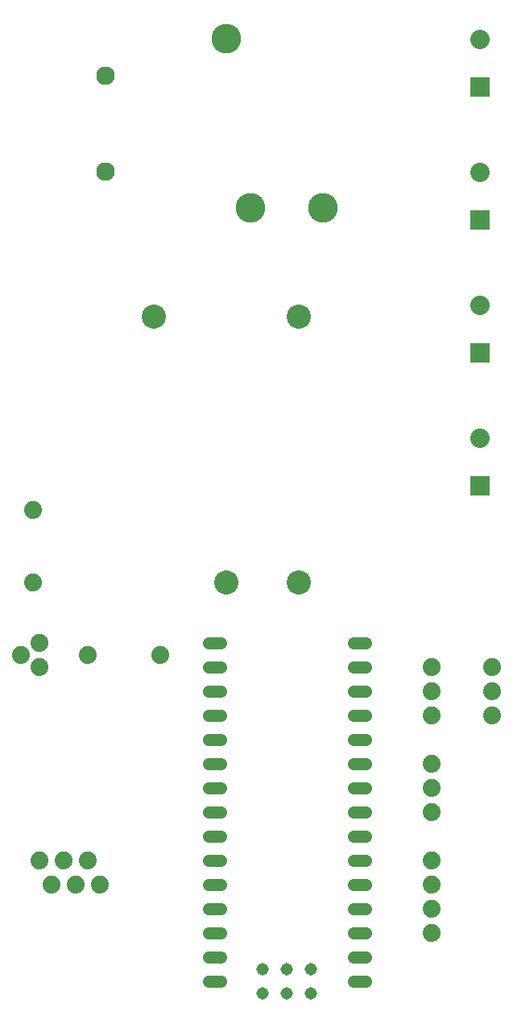
<source format=gbr>
G04 EAGLE Gerber RS-274X export*
G75*
%MOMM*%
%FSLAX34Y34*%
%LPD*%
%INTop Copper*%
%IPPOS*%
%AMOC8*
5,1,8,0,0,1.08239X$1,22.5*%
G01*
%ADD10C,1.879600*%
%ADD11R,2.032000X2.032000*%
%ADD12C,2.032000*%
%ADD13C,3.116000*%
%ADD14C,1.955800*%
%ADD15C,2.540000*%
%ADD16C,1.308000*%
%ADD17C,1.308000*%


D10*
X50800Y533400D03*
X50800Y457200D03*
X57150Y165100D03*
X69850Y139700D03*
X82550Y165100D03*
X95250Y139700D03*
X107950Y165100D03*
X120650Y139700D03*
D11*
X520700Y977900D03*
D12*
X520700Y1027900D03*
D10*
X469900Y215900D03*
X469900Y241300D03*
X469900Y266700D03*
X469900Y88900D03*
X469900Y114300D03*
X469900Y139700D03*
X469900Y165100D03*
X469900Y368300D03*
X469900Y342900D03*
X469900Y317500D03*
X533400Y368300D03*
X533400Y342900D03*
X533400Y317500D03*
D11*
X520700Y838200D03*
D12*
X520700Y888200D03*
D11*
X520700Y698500D03*
D12*
X520700Y748500D03*
D11*
X520700Y558800D03*
D12*
X520700Y608800D03*
D13*
X355600Y850900D03*
X279400Y850900D03*
X254000Y1028700D03*
D14*
X127000Y989900D03*
X127000Y889000D03*
D15*
X254000Y457200D03*
X330200Y457200D03*
X330200Y736600D03*
X177800Y736600D03*
D10*
X57150Y368300D03*
X38100Y381000D03*
X57150Y393700D03*
X184150Y381000D03*
X107950Y381000D03*
D16*
X387160Y38100D02*
X400240Y38100D01*
X400240Y63500D02*
X387160Y63500D01*
X387160Y88900D02*
X400240Y88900D01*
X400240Y114300D02*
X387160Y114300D01*
X387160Y139700D02*
X400240Y139700D01*
X400240Y165100D02*
X387160Y165100D01*
X387160Y190500D02*
X400240Y190500D01*
X400240Y215900D02*
X387160Y215900D01*
X387160Y241300D02*
X400240Y241300D01*
X400240Y266700D02*
X387160Y266700D01*
X387160Y292100D02*
X400240Y292100D01*
X400240Y317500D02*
X387160Y317500D01*
X247840Y38100D02*
X234760Y38100D01*
X234760Y63500D02*
X247840Y63500D01*
X247840Y88900D02*
X234760Y88900D01*
X234760Y241300D02*
X247840Y241300D01*
X247840Y266700D02*
X234760Y266700D01*
X234760Y292100D02*
X247840Y292100D01*
X247840Y317500D02*
X234760Y317500D01*
X234760Y393700D02*
X247840Y393700D01*
X387160Y393700D02*
X400240Y393700D01*
X400240Y368300D02*
X387160Y368300D01*
X387160Y342900D02*
X400240Y342900D01*
X247840Y368300D02*
X234760Y368300D01*
X234760Y342900D02*
X247840Y342900D01*
X247840Y114300D02*
X234760Y114300D01*
D17*
X292100Y50800D03*
X317500Y50800D03*
X342900Y50800D03*
D16*
X247840Y215900D02*
X234760Y215900D01*
X234760Y190500D02*
X247840Y190500D01*
X247840Y165100D02*
X234760Y165100D01*
X234760Y139700D02*
X247840Y139700D01*
D17*
X292100Y25400D03*
X317500Y25400D03*
X342900Y25400D03*
M02*

</source>
